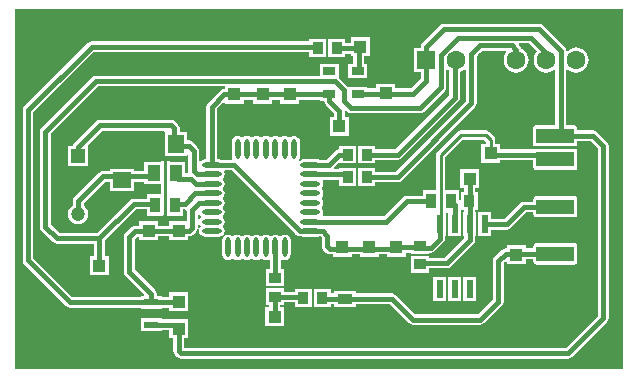
<source format=gtl>
G04 Layer_Physical_Order=1*
G04 Layer_Color=255*
%FSLAX43Y43*%
%MOMM*%
G71*
G01*
G75*
%ADD10R,0.850X1.300*%
%ADD11R,1.300X0.850*%
%ADD12R,1.050X1.400*%
%ADD13R,0.900X1.000*%
%ADD14R,1.550X1.350*%
%ADD15R,1.350X1.550*%
%ADD16R,1.100X1.100*%
%ADD17R,1.100X1.100*%
%ADD18R,0.600X1.520*%
%ADD19O,1.650X0.450*%
%ADD20O,0.450X1.650*%
%ADD21R,1.250X0.600*%
%ADD22R,1.100X0.650*%
%ADD23R,1.000X0.900*%
%ADD24R,1.000X1.000*%
%ADD25C,0.381*%
%ADD26C,0.254*%
%ADD27R,3.200X1.300*%
%ADD28C,1.600*%
%ADD29R,1.600X1.600*%
%ADD30C,1.200*%
%ADD31R,1.200X1.200*%
G36*
X51741Y259D02*
X259D01*
Y30741D01*
X51741D01*
Y259D01*
D02*
G37*
%LPC*%
G36*
X38019Y8053D02*
X36911D01*
Y6025D01*
X38019D01*
Y8053D01*
D02*
G37*
G36*
X39289D02*
X38181D01*
Y6025D01*
X39289D01*
Y8053D01*
D02*
G37*
G36*
X22979Y7092D02*
X21471D01*
Y5684D01*
X21772D01*
Y5489D01*
X21446D01*
Y3881D01*
X23054D01*
Y5489D01*
X22678D01*
Y5684D01*
X22979D01*
Y5897D01*
X23947D01*
Y5545D01*
X25355D01*
Y7053D01*
X23947D01*
Y6803D01*
X22979D01*
Y7092D01*
D02*
G37*
G36*
X36749Y8053D02*
X35641D01*
Y6025D01*
X36749D01*
Y8053D01*
D02*
G37*
G36*
X30257Y28363D02*
X28649D01*
Y27876D01*
X28174D01*
Y28186D01*
X26766D01*
Y26678D01*
X28174D01*
Y26970D01*
X28649D01*
Y26755D01*
X28884D01*
Y26040D01*
X28463D01*
Y24882D01*
X30071D01*
Y26040D01*
X29790D01*
Y26755D01*
X30257D01*
Y28363D01*
D02*
G37*
G36*
X36525Y29485D02*
X36352Y29451D01*
X36205Y29353D01*
X34732Y27879D01*
X34633Y27732D01*
X34599Y27559D01*
Y27470D01*
X33998D01*
Y25362D01*
X34599D01*
Y24826D01*
X33787Y24014D01*
X32427D01*
Y24415D01*
X30819D01*
Y24014D01*
X30071D01*
Y24140D01*
X28463D01*
X28368Y24216D01*
X27671Y24913D01*
Y26040D01*
X26063D01*
Y25091D01*
X7112D01*
X6939Y25057D01*
X6792Y24958D01*
X2474Y20640D01*
X2375Y20493D01*
X2341Y20320D01*
Y12319D01*
X2375Y12146D01*
X2474Y11999D01*
X3479Y10994D01*
X3479Y10994D01*
X3626Y10895D01*
X3799Y10861D01*
X6924D01*
Y9821D01*
X6573D01*
Y8213D01*
X8181D01*
Y9821D01*
X7830D01*
Y11126D01*
X10475Y13771D01*
X11425D01*
Y13244D01*
X12783D01*
Y13259D01*
X13125D01*
Y13244D01*
X14483D01*
Y13771D01*
X14605D01*
X14671Y13784D01*
X14716Y13757D01*
X14787Y13677D01*
Y12753D01*
X13293D01*
Y12402D01*
X12361D01*
Y12753D01*
X10753D01*
Y12402D01*
X10425D01*
X10425Y12402D01*
X10252Y12368D01*
X10105Y12269D01*
X10105Y12269D01*
X9586Y11750D01*
X9487Y11603D01*
X9453Y11430D01*
Y8509D01*
X9487Y8336D01*
X9586Y8189D01*
X11200Y6574D01*
X11151Y6457D01*
X10918D01*
Y6356D01*
X5080D01*
X1799Y9637D01*
Y21986D01*
X6919Y27106D01*
X25166D01*
Y26678D01*
X26574D01*
Y28186D01*
X25166D01*
Y28012D01*
X6731D01*
X6731Y28012D01*
X6558Y27978D01*
X6411Y27879D01*
X6411Y27879D01*
X1026Y22495D01*
X927Y22348D01*
X893Y22174D01*
Y9449D01*
X927Y9275D01*
X1026Y9128D01*
X4572Y5583D01*
X4719Y5484D01*
X4892Y5450D01*
X4892Y5450D01*
X10918D01*
Y5349D01*
X12676D01*
Y5450D01*
X13293D01*
Y5154D01*
X14901D01*
Y6762D01*
X13293D01*
Y6356D01*
X12676D01*
Y6457D01*
X12250D01*
Y6618D01*
X12216Y6791D01*
X12117Y6938D01*
X10359Y8697D01*
Y11242D01*
X10613Y11496D01*
X10753D01*
Y11145D01*
X12361D01*
Y11496D01*
X13293D01*
Y11145D01*
X14901D01*
Y11496D01*
X14997D01*
X15170Y11530D01*
X15317Y11629D01*
X15560Y11872D01*
X15560Y11872D01*
X15659Y12019D01*
X15693Y12192D01*
Y13400D01*
X15713Y13414D01*
X15854Y13356D01*
X15856Y13345D01*
X15962Y13187D01*
Y13077D01*
X15856Y12919D01*
X15819Y12732D01*
X15856Y12545D01*
X15942Y12417D01*
X15954Y12332D01*
X15942Y12247D01*
X15856Y12119D01*
X15819Y11932D01*
X15856Y11745D01*
X15962Y11587D01*
X16120Y11481D01*
X16307Y11444D01*
X17507D01*
X17694Y11481D01*
X17831Y11572D01*
X17922Y11481D01*
X17883Y11421D01*
X17831Y11344D01*
X17794Y11157D01*
Y9957D01*
X17831Y9770D01*
X17937Y9612D01*
X18095Y9506D01*
X18282Y9469D01*
X18469Y9506D01*
X18627Y9612D01*
X18737D01*
X18895Y9506D01*
X19082Y9469D01*
X19269Y9506D01*
X19397Y9592D01*
X19482Y9604D01*
X19567Y9592D01*
X19695Y9506D01*
X19882Y9469D01*
X20069Y9506D01*
X20197Y9592D01*
X20282Y9604D01*
X20367Y9592D01*
X20495Y9506D01*
X20682Y9469D01*
X20869Y9506D01*
X20997Y9592D01*
X21082Y9604D01*
X21167Y9592D01*
X21295Y9506D01*
X21482Y9469D01*
X21669Y9506D01*
X21702Y9528D01*
X21829Y9460D01*
Y8692D01*
X21471D01*
Y7284D01*
X22979D01*
Y8692D01*
X22735D01*
Y9460D01*
X22862Y9528D01*
X22895Y9506D01*
X23082Y9469D01*
X23269Y9506D01*
X23427Y9612D01*
X23533Y9770D01*
X23570Y9957D01*
Y11157D01*
X23533Y11344D01*
X23427Y11502D01*
X23269Y11608D01*
X23082Y11645D01*
X22895Y11608D01*
X22737Y11502D01*
X22627D01*
X22469Y11608D01*
X22282Y11645D01*
X22095Y11608D01*
X21967Y11522D01*
X21882Y11510D01*
X21797Y11522D01*
X21669Y11608D01*
X21482Y11645D01*
X21295Y11608D01*
X21167Y11522D01*
X21082Y11510D01*
X20997Y11522D01*
X20869Y11608D01*
X20682Y11645D01*
X20495Y11608D01*
X20367Y11522D01*
X20282Y11510D01*
X20197Y11522D01*
X20069Y11608D01*
X19882Y11645D01*
X19695Y11608D01*
X19567Y11522D01*
X19482Y11510D01*
X19397Y11522D01*
X19269Y11608D01*
X19082Y11645D01*
X18895Y11608D01*
X18737Y11502D01*
X18627D01*
X18469Y11608D01*
X18282Y11645D01*
X18095Y11608D01*
X17958Y11517D01*
X17867Y11608D01*
X17906Y11668D01*
X17958Y11745D01*
X17995Y11932D01*
X17958Y12119D01*
X17872Y12247D01*
X17860Y12332D01*
X17872Y12417D01*
X17958Y12545D01*
X17995Y12732D01*
X17958Y12919D01*
X17852Y13077D01*
Y13187D01*
X17958Y13345D01*
X17995Y13532D01*
X17958Y13719D01*
X17872Y13847D01*
X17860Y13932D01*
X17872Y14017D01*
X17958Y14145D01*
X17995Y14332D01*
X17958Y14519D01*
X17872Y14647D01*
X17860Y14732D01*
X17872Y14817D01*
X17958Y14945D01*
X17995Y15132D01*
X17958Y15319D01*
X17872Y15447D01*
X17860Y15532D01*
X17872Y15617D01*
X17958Y15745D01*
X17995Y15932D01*
X17958Y16119D01*
X17872Y16247D01*
X17860Y16332D01*
X17872Y16417D01*
X17958Y16545D01*
X17995Y16732D01*
X17958Y16919D01*
X17936Y16952D01*
X18004Y17079D01*
X18602D01*
X24070Y11612D01*
X24070Y11612D01*
X24217Y11513D01*
X24390Y11479D01*
X24390Y11479D01*
X24480D01*
X24657Y11444D01*
X25857D01*
X26034Y11479D01*
X26107D01*
X26217Y11369D01*
Y10668D01*
X26251Y10495D01*
X26350Y10348D01*
X26604Y10094D01*
X26604Y10094D01*
X26751Y9995D01*
X26924Y9961D01*
X27136D01*
Y9748D01*
X28744D01*
Y9961D01*
X29422D01*
Y9748D01*
X31030D01*
Y9961D01*
X31708D01*
Y9748D01*
X33316D01*
Y10099D01*
X33790D01*
Y10002D01*
X35298D01*
Y10088D01*
X35433D01*
X35606Y10122D01*
X35753Y10221D01*
X36515Y10983D01*
X36614Y11130D01*
X36648Y11303D01*
Y11505D01*
X36749D01*
Y13438D01*
X36830Y13485D01*
X36911Y13438D01*
Y11505D01*
X38019D01*
Y13533D01*
X37989D01*
X37961Y13610D01*
X38043Y13724D01*
X38282D01*
Y13533D01*
X38181D01*
Y11505D01*
X38282D01*
Y11364D01*
X36604Y9686D01*
X35298D01*
Y9810D01*
X33790D01*
Y8402D01*
X35298D01*
Y8780D01*
X36792D01*
X36965Y8814D01*
X37112Y8913D01*
X39055Y10856D01*
X39154Y11003D01*
X39188Y11176D01*
X39188Y11176D01*
Y11505D01*
X39289D01*
Y13533D01*
X39188D01*
Y13724D01*
X39401D01*
Y15232D01*
X39188D01*
Y15579D01*
X39528D01*
Y17187D01*
X37920D01*
Y15579D01*
X38282D01*
Y15232D01*
X37993D01*
Y14559D01*
X37866Y14499D01*
X37851Y14511D01*
Y15382D01*
X36666D01*
Y18210D01*
X38134Y19678D01*
X39971D01*
X40136Y19513D01*
Y19346D01*
X39720D01*
Y17738D01*
X41328D01*
Y17962D01*
X44140D01*
Y17364D01*
X44160Y17265D01*
X44216Y17181D01*
X44300Y17125D01*
X44399Y17105D01*
X47599D01*
X47698Y17125D01*
X47782Y17181D01*
X47838Y17265D01*
X47858Y17364D01*
Y18664D01*
X47838Y18763D01*
X47782Y18847D01*
X47698Y18903D01*
X47599Y18923D01*
X44399D01*
X44300Y18903D01*
X44247Y18868D01*
X41328D01*
Y19346D01*
X40912D01*
Y19674D01*
X40883Y19823D01*
X40799Y19949D01*
X40407Y20341D01*
X40281Y20425D01*
X40132Y20454D01*
X37973D01*
X37824Y20425D01*
X37698Y20341D01*
X36003Y18646D01*
X35919Y18520D01*
X35890Y18371D01*
Y15382D01*
X34793D01*
Y14931D01*
X33401D01*
X33401Y14931D01*
X33228Y14897D01*
X33081Y14798D01*
X31467Y13185D01*
X26354D01*
X26286Y13312D01*
X26308Y13345D01*
X26345Y13532D01*
X26308Y13719D01*
X26222Y13847D01*
X26210Y13932D01*
X26222Y14017D01*
X26308Y14145D01*
X26345Y14332D01*
X26308Y14519D01*
X26222Y14647D01*
X26210Y14732D01*
X26222Y14817D01*
X26308Y14945D01*
X26345Y15132D01*
X26308Y15319D01*
X26202Y15477D01*
Y15587D01*
X26308Y15745D01*
X26345Y15932D01*
X26308Y16119D01*
X26286Y16152D01*
X26354Y16279D01*
X27706D01*
Y15756D01*
X29114D01*
Y17264D01*
X27706D01*
Y17185D01*
X27277D01*
X27224Y17312D01*
X27612Y17700D01*
X27706Y17661D01*
Y17661D01*
X29114D01*
Y19169D01*
X27706D01*
Y18868D01*
X27686D01*
X27513Y18834D01*
X27366Y18735D01*
X27366Y18735D01*
X26615Y17985D01*
X26034D01*
X25857Y18020D01*
X24657D01*
X24470Y17983D01*
X24333Y17892D01*
X24242Y17983D01*
X24281Y18043D01*
X24333Y18120D01*
X24370Y18307D01*
Y19507D01*
X24333Y19694D01*
X24227Y19852D01*
X24069Y19958D01*
X23882Y19995D01*
X23695Y19958D01*
X23567Y19872D01*
X23482Y19860D01*
X23397Y19872D01*
X23269Y19958D01*
X23082Y19995D01*
X22895Y19958D01*
X22767Y19872D01*
X22682Y19860D01*
X22597Y19872D01*
X22469Y19958D01*
X22282Y19995D01*
X22095Y19958D01*
X21967Y19872D01*
X21882Y19860D01*
X21797Y19872D01*
X21669Y19958D01*
X21482Y19995D01*
X21295Y19958D01*
X21167Y19872D01*
X21082Y19860D01*
X20997Y19872D01*
X20869Y19958D01*
X20682Y19995D01*
X20495Y19958D01*
X20367Y19872D01*
X20282Y19860D01*
X20197Y19872D01*
X20069Y19958D01*
X19882Y19995D01*
X19695Y19958D01*
X19567Y19872D01*
X19482Y19860D01*
X19397Y19872D01*
X19269Y19958D01*
X19082Y19995D01*
X18895Y19958D01*
X18737Y19852D01*
X18631Y19694D01*
X18594Y19507D01*
Y18307D01*
X18631Y18120D01*
X18646Y18097D01*
X18586Y17985D01*
X17684D01*
X17507Y18020D01*
X17360D01*
Y22307D01*
X17875Y22822D01*
X17992Y22773D01*
Y22702D01*
X19600D01*
Y23053D01*
X20405D01*
Y22702D01*
X22013D01*
Y23053D01*
X22691D01*
Y22702D01*
X24299D01*
Y23053D01*
X26063D01*
Y22982D01*
X26414D01*
Y22917D01*
X26448Y22744D01*
X26547Y22597D01*
X27233Y21910D01*
Y21632D01*
X26871D01*
Y20024D01*
X28479D01*
Y21632D01*
X28139D01*
Y22094D01*
X28147Y22102D01*
X28257Y22156D01*
X28382Y22032D01*
X28382Y22032D01*
X28529Y21933D01*
X28702Y21899D01*
X34544D01*
X34717Y21933D01*
X34864Y22032D01*
X36617Y23784D01*
X36715Y23931D01*
X36750Y24104D01*
Y25586D01*
X36877Y25636D01*
X37012Y25533D01*
Y23429D01*
X32451Y18868D01*
X30714D01*
Y19169D01*
X29306D01*
Y17661D01*
X30714D01*
Y17962D01*
X32639D01*
X32812Y17996D01*
X32959Y18095D01*
X37785Y22921D01*
X37785Y22921D01*
X37884Y23068D01*
X37918Y23241D01*
X37918Y23241D01*
Y25410D01*
X38124Y25495D01*
X38307Y25636D01*
X38434Y25586D01*
Y22946D01*
X32451Y16963D01*
X30714D01*
Y17264D01*
X29306D01*
Y15756D01*
X30714D01*
Y16057D01*
X32639D01*
X32812Y16091D01*
X32959Y16190D01*
X39208Y22438D01*
X39208Y22438D01*
X39306Y22585D01*
X39341Y22758D01*
X39341Y22759D01*
Y26744D01*
X39804Y27207D01*
X41791D01*
X41853Y27080D01*
X41751Y26948D01*
X41645Y26691D01*
X41609Y26416D01*
X41645Y26141D01*
X41751Y25884D01*
X41920Y25664D01*
X42140Y25495D01*
X42397Y25389D01*
X42672Y25353D01*
X42947Y25389D01*
X43204Y25495D01*
X43424Y25664D01*
X43593Y25884D01*
X43699Y26141D01*
X43735Y26416D01*
X43699Y26691D01*
X43593Y26948D01*
X43424Y27168D01*
X43204Y27337D01*
X43111Y27375D01*
X43091Y27478D01*
X42992Y27625D01*
X42992Y27625D01*
X42893Y27725D01*
X42942Y27842D01*
X43780D01*
X44458Y27164D01*
X44291Y26948D01*
X44185Y26691D01*
X44149Y26416D01*
X44185Y26141D01*
X44291Y25884D01*
X44460Y25664D01*
X44680Y25495D01*
X44937Y25389D01*
X45212Y25353D01*
X45487Y25389D01*
X45744Y25495D01*
X45876Y25597D01*
X46003Y25535D01*
Y20923D01*
X44374D01*
X44275Y20903D01*
X44191Y20847D01*
X44135Y20763D01*
X44115Y20664D01*
Y19364D01*
X44135Y19265D01*
X44191Y19181D01*
X44275Y19125D01*
X44374Y19105D01*
X47574D01*
X47673Y19125D01*
X47757Y19181D01*
X47813Y19265D01*
X47833Y19364D01*
Y19551D01*
X49023D01*
X49585Y18989D01*
Y4760D01*
X46853Y2028D01*
X14539D01*
Y2879D01*
X14890D01*
Y4487D01*
X13282D01*
Y4456D01*
X12676D01*
Y4557D01*
X10918D01*
Y3449D01*
X12676D01*
Y3550D01*
X13282D01*
Y2879D01*
X13633D01*
Y1789D01*
X13667Y1616D01*
X13766Y1469D01*
X13980Y1254D01*
X14127Y1156D01*
X14300Y1122D01*
X47041D01*
X47214Y1156D01*
X47361Y1254D01*
X50358Y4252D01*
X50457Y4399D01*
X50491Y4572D01*
Y19177D01*
X50457Y19350D01*
X50358Y19497D01*
X50358Y19497D01*
X49532Y20324D01*
X49385Y20423D01*
X49211Y20457D01*
X47833D01*
Y20664D01*
X47813Y20763D01*
X47757Y20847D01*
X47673Y20903D01*
X47574Y20923D01*
X46910D01*
Y25586D01*
X47037Y25636D01*
X47220Y25495D01*
X47477Y25389D01*
X47752Y25353D01*
X48027Y25389D01*
X48284Y25495D01*
X48504Y25664D01*
X48673Y25884D01*
X48779Y26141D01*
X48815Y26416D01*
X48779Y26691D01*
X48673Y26948D01*
X48504Y27168D01*
X48284Y27337D01*
X48027Y27443D01*
X47752Y27479D01*
X47477Y27443D01*
X47220Y27337D01*
X47037Y27196D01*
X46999Y27198D01*
X46927Y27226D01*
X46901Y27246D01*
X46875Y27377D01*
X46777Y27524D01*
X46777Y27524D01*
X44948Y29353D01*
X44801Y29451D01*
X44628Y29485D01*
X36525D01*
X36525Y29485D01*
D02*
G37*
G36*
X47599Y10923D02*
X44399D01*
X44300Y10903D01*
X44216Y10847D01*
X44160Y10763D01*
X44140Y10664D01*
Y10486D01*
X43476D01*
Y10721D01*
X41868D01*
Y10486D01*
X41783D01*
X41610Y10452D01*
X41463Y10353D01*
X41463Y10353D01*
X40828Y9718D01*
X40729Y9571D01*
X40695Y9398D01*
Y6157D01*
X39436Y4898D01*
X34097D01*
X32451Y6543D01*
X32304Y6642D01*
X32131Y6676D01*
X29073D01*
Y6888D01*
X27265D01*
Y6676D01*
X26955D01*
Y7053D01*
X25547D01*
Y5545D01*
X26955D01*
Y5770D01*
X27265D01*
Y5530D01*
X29073D01*
Y5770D01*
X31943D01*
X33589Y4125D01*
X33589Y4125D01*
X33736Y4026D01*
X33909Y3992D01*
X39624D01*
X39797Y4026D01*
X39944Y4125D01*
X41468Y5649D01*
X41567Y5796D01*
X41601Y5969D01*
Y9210D01*
X41751Y9360D01*
X41868Y9311D01*
Y9113D01*
X43476D01*
Y9580D01*
X44140D01*
Y9364D01*
X44160Y9265D01*
X44216Y9181D01*
X44300Y9125D01*
X44399Y9105D01*
X47599D01*
X47698Y9125D01*
X47782Y9181D01*
X47838Y9265D01*
X47858Y9364D01*
Y10664D01*
X47838Y10763D01*
X47782Y10847D01*
X47698Y10903D01*
X47599Y10923D01*
D02*
G37*
G36*
Y14923D02*
X44399D01*
X44300Y14903D01*
X44216Y14847D01*
X44160Y14763D01*
X44140Y14664D01*
Y14423D01*
X43307D01*
X43307Y14423D01*
X43134Y14389D01*
X42987Y14290D01*
X42987Y14290D01*
X41668Y12972D01*
X40559D01*
Y13533D01*
X39451D01*
Y11505D01*
X40559D01*
Y12066D01*
X41856D01*
X42029Y12100D01*
X42176Y12199D01*
X43495Y13517D01*
X44140D01*
Y13364D01*
X44160Y13265D01*
X44216Y13181D01*
X44300Y13125D01*
X44399Y13105D01*
X47599D01*
X47698Y13125D01*
X47782Y13181D01*
X47838Y13265D01*
X47858Y13364D01*
Y14664D01*
X47838Y14763D01*
X47782Y14847D01*
X47698Y14903D01*
X47599Y14923D01*
D02*
G37*
%LPD*%
G36*
X17992Y23959D02*
X17918D01*
X17745Y23925D01*
X17598Y23826D01*
X17598Y23826D01*
X16571Y22799D01*
X16472Y22652D01*
X16438Y22479D01*
X16454Y22399D01*
Y18020D01*
X16307D01*
X16120Y17983D01*
X15962Y17877D01*
X15947Y17856D01*
X15820Y17894D01*
Y18745D01*
X15786Y18919D01*
X15687Y19066D01*
X15281Y19472D01*
X15134Y19570D01*
X14961Y19605D01*
X14781D01*
Y20358D01*
X14169D01*
Y20625D01*
X14135Y20798D01*
X14036Y20945D01*
X14036Y20945D01*
X13757Y21225D01*
X13610Y21323D01*
X13437Y21357D01*
X7442D01*
X7442Y21357D01*
X7269Y21323D01*
X7122Y21225D01*
X5268Y19370D01*
X5169Y19223D01*
X5153Y19142D01*
X4734D01*
Y17434D01*
X6442D01*
Y19142D01*
X6442D01*
X6407Y19228D01*
X7630Y20451D01*
X12840D01*
X12923Y20358D01*
Y18300D01*
X14781D01*
Y18377D01*
X14908Y18445D01*
X14914Y18441D01*
Y17018D01*
X14930Y16938D01*
X14830Y16811D01*
X14658D01*
Y17820D01*
X13335D01*
Y17831D01*
X12573D01*
Y17831D01*
X12562Y17820D01*
X11200D01*
Y17024D01*
X10351D01*
Y17201D01*
X8293D01*
Y17024D01*
X7681D01*
X7681Y17024D01*
X7508Y16990D01*
X7361Y16891D01*
X7361Y16891D01*
X5268Y14798D01*
X5169Y14651D01*
X5135Y14478D01*
Y14117D01*
X4979Y13997D01*
X4842Y13819D01*
X4756Y13611D01*
X4727Y13388D01*
X4756Y13165D01*
X4842Y12957D01*
X4979Y12779D01*
X5157Y12642D01*
X5365Y12556D01*
X5588Y12527D01*
X5811Y12556D01*
X6019Y12642D01*
X6197Y12779D01*
X6334Y12957D01*
X6420Y13165D01*
X6449Y13388D01*
X6420Y13611D01*
X6334Y13819D01*
X6197Y13997D01*
X6041Y14117D01*
Y14290D01*
X7869Y16118D01*
X8293D01*
Y15343D01*
X10351D01*
Y16118D01*
X11200D01*
Y15912D01*
X12584D01*
X12588Y15142D01*
X12498Y15052D01*
X11425D01*
Y14677D01*
X10287D01*
X10287Y14677D01*
X10114Y14643D01*
X9967Y14544D01*
X9967Y14544D01*
X7189Y11767D01*
X3987D01*
X3247Y12507D01*
Y20132D01*
X7300Y24185D01*
X17992D01*
Y23959D01*
D02*
G37*
D10*
X13804Y14148D02*
D03*
X12104D02*
D03*
X37172Y14478D02*
D03*
X35472D02*
D03*
D11*
X28169Y6209D02*
D03*
Y4509D02*
D03*
D12*
X11979Y16866D02*
D03*
X13879D02*
D03*
D13*
X26251Y6299D02*
D03*
X24651D02*
D03*
X25870Y27432D02*
D03*
X27470D02*
D03*
X40297Y14478D02*
D03*
X38697D02*
D03*
X30010Y16510D02*
D03*
X28410D02*
D03*
X30010Y18415D02*
D03*
X28410D02*
D03*
D14*
X9322Y16272D02*
D03*
Y18272D02*
D03*
D15*
X13852Y19329D02*
D03*
X11852D02*
D03*
D16*
X38724Y18542D02*
D03*
X40524D02*
D03*
X27675Y20828D02*
D03*
X29475D02*
D03*
X14086Y3683D02*
D03*
X15886D02*
D03*
X29453Y27559D02*
D03*
X31253D02*
D03*
X7377Y9017D02*
D03*
X5577D02*
D03*
X38724Y16383D02*
D03*
X40524D02*
D03*
D17*
X42672Y8117D02*
D03*
Y9917D02*
D03*
X14097Y5958D02*
D03*
Y7758D02*
D03*
X22250Y4685D02*
D03*
Y2885D02*
D03*
X11557Y11949D02*
D03*
Y10149D02*
D03*
X14097Y11949D02*
D03*
Y10149D02*
D03*
X23495Y23506D02*
D03*
Y21706D02*
D03*
X21209Y23506D02*
D03*
Y21706D02*
D03*
X18796Y23506D02*
D03*
Y21706D02*
D03*
X30226Y10552D02*
D03*
Y8752D02*
D03*
X27940Y10552D02*
D03*
Y8752D02*
D03*
X32512Y10552D02*
D03*
Y8752D02*
D03*
X31623Y23611D02*
D03*
Y25411D02*
D03*
D18*
X40005Y12519D02*
D03*
X38735D02*
D03*
X37465D02*
D03*
X36195D02*
D03*
X40005Y7039D02*
D03*
X38735D02*
D03*
X37465D02*
D03*
X36195D02*
D03*
D19*
X16907Y17532D02*
D03*
Y16732D02*
D03*
Y15932D02*
D03*
Y15132D02*
D03*
Y14332D02*
D03*
Y13532D02*
D03*
Y12732D02*
D03*
Y11932D02*
D03*
X25257D02*
D03*
Y12732D02*
D03*
Y13532D02*
D03*
Y14332D02*
D03*
Y15132D02*
D03*
Y15932D02*
D03*
Y16732D02*
D03*
Y17532D02*
D03*
D20*
X18282Y10557D02*
D03*
X19082D02*
D03*
X19882D02*
D03*
X20682D02*
D03*
X21482D02*
D03*
X22282D02*
D03*
X23082D02*
D03*
X23882D02*
D03*
Y18907D02*
D03*
X23082D02*
D03*
X22282D02*
D03*
X21482D02*
D03*
X20682D02*
D03*
X19882D02*
D03*
X19082D02*
D03*
X18282D02*
D03*
D21*
X11797Y4003D02*
D03*
Y5903D02*
D03*
X10047Y4953D02*
D03*
D22*
X29267Y23561D02*
D03*
Y24511D02*
D03*
Y25461D02*
D03*
X26867D02*
D03*
Y23561D02*
D03*
D23*
X22225Y7988D02*
D03*
Y6388D02*
D03*
X34544Y9106D02*
D03*
Y10706D02*
D03*
D24*
X45974Y20004D02*
D03*
Y17997D02*
D03*
Y15991D02*
D03*
Y14009D02*
D03*
Y12003D02*
D03*
Y9996D02*
D03*
D25*
X10287Y14224D02*
X12281D01*
X2794Y20320D02*
X7112Y24638D01*
X2794Y12319D02*
Y20320D01*
Y12319D02*
X3799Y11314D01*
X1346Y22174D02*
X6731Y27559D01*
X1346Y9449D02*
Y22174D01*
Y9449D02*
X4892Y5903D01*
X7681Y16571D02*
X12233D01*
Y16942D01*
X36525Y29032D02*
X44628D01*
X35052Y27559D02*
X36525Y29032D01*
X44628D02*
X46457Y27204D01*
X29267Y23561D02*
X33975D01*
X36297Y26880D02*
X37712Y28295D01*
X36297Y24104D02*
Y26880D01*
X37712Y28295D02*
X43967D01*
X45212Y27051D01*
X35052Y26416D02*
Y27559D01*
X34544Y22352D02*
X36297Y24104D01*
X37465Y23241D02*
Y26416D01*
X15367Y17018D02*
Y18745D01*
Y17018D02*
X15653Y16732D01*
X16907D01*
X15856Y14332D02*
X16907D01*
X15240Y13716D02*
X15856Y14332D01*
X15240Y12192D02*
Y13716D01*
X14605Y14224D02*
X15513Y15132D01*
X13881Y14224D02*
X14605D01*
X12852Y13005D02*
X12954D01*
X15113Y16358D02*
X15539Y15932D01*
X14046Y16358D02*
X15113D01*
X5588Y14478D02*
X7681Y16571D01*
X37172Y14478D02*
X37465Y14185D01*
Y12519D02*
Y14185D01*
X37172Y14478D02*
Y14732D01*
X42317Y27660D02*
X42672Y27305D01*
X39617Y27660D02*
X42317D01*
X38888Y26931D02*
X39617Y27660D01*
X14233Y18948D02*
X14437Y19152D01*
X13716Y18796D02*
Y20625D01*
X14437Y19152D02*
X14961D01*
X15367Y18745D01*
X13437Y20904D02*
X13716Y20625D01*
X7442Y20904D02*
X13437D01*
X5588Y19050D02*
X7442Y20904D01*
X47041Y1575D02*
X50038Y4572D01*
X14300Y1575D02*
X47041D01*
X14086Y1789D02*
X14300Y1575D01*
X22282Y7988D02*
Y10557D01*
X22225Y6350D02*
X24754D01*
X22225D02*
X22225D01*
Y6388D01*
Y4710D02*
Y6350D01*
Y4710D02*
X22250Y4685D01*
X41783Y10033D02*
X45974D01*
X46011D01*
X26708Y6223D02*
X32131D01*
X33909Y4445D01*
X40524Y18415D02*
X45556D01*
X34544Y10833D02*
X34836Y10541D01*
X34263Y10552D02*
X34544Y10833D01*
X26924Y10414D02*
X32374D01*
X46457Y20486D02*
Y27204D01*
X27305Y24638D02*
X28067Y23876D01*
Y22987D02*
Y23876D01*
X7112Y24638D02*
X27305D01*
X35052D02*
Y26416D01*
X33975Y23561D02*
X35052Y24638D01*
X28702Y22352D02*
X34544D01*
X38888Y22758D02*
Y26931D01*
X32639Y16510D02*
X38888Y22758D01*
X30010Y16510D02*
X32639D01*
Y18415D02*
X37465Y23241D01*
X30010Y18415D02*
X32639D01*
X38735Y12519D02*
Y16245D01*
X34544Y9233D02*
X36792D01*
X26670Y10668D02*
Y11557D01*
X26295Y11932D02*
X26670Y11557D01*
X25257Y11932D02*
X26295D01*
X5588Y18288D02*
Y19050D01*
X33401Y14478D02*
X35384D01*
X31655Y12732D02*
X33401Y14478D01*
X25257Y12732D02*
X31655D01*
X50038Y4572D02*
Y19177D01*
X10425Y11949D02*
X11557D01*
X9906Y11430D02*
X10425Y11949D01*
X9906Y8509D02*
Y11430D01*
Y8509D02*
X11797Y6618D01*
Y5903D02*
Y6618D01*
X45556Y18415D02*
X45974Y17997D01*
X3799Y11314D02*
X7377D01*
X25743Y27559D02*
X25870Y27432D01*
X6731Y27559D02*
X25743D01*
X27729Y27423D02*
X29094D01*
X27729D02*
Y27432D01*
X29337Y25531D02*
Y27421D01*
X4892Y5903D02*
X11797D01*
X14997Y11949D02*
X15240Y12192D01*
X14097Y11949D02*
X14997D01*
X11557D02*
X14097D01*
X14042Y5903D02*
X14097Y5958D01*
X11797Y5903D02*
X14042D01*
X45974Y20004D02*
X49211D01*
X50038Y19177D01*
X39624Y4445D02*
X41148Y5969D01*
X33909Y4445D02*
X39624D01*
X41148Y5969D02*
Y9398D01*
X14086Y1789D02*
Y3683D01*
X13766Y4003D02*
X14086Y3683D01*
X11797Y4003D02*
X13766D01*
X45974Y20004D02*
X46457Y20486D01*
X27675Y20828D02*
X27686Y20839D01*
Y22098D01*
X26867Y22917D02*
X27686Y22098D01*
X26867Y22917D02*
Y23561D01*
X28067Y22987D02*
X28702Y22352D01*
X23495Y23506D02*
X26812D01*
X21209D02*
X23495D01*
X18796D02*
X21209D01*
X26812D02*
X26867Y23561D01*
X17918Y23506D02*
X18796D01*
X16891Y22479D02*
X17918Y23506D01*
X16891Y22479D02*
X16907Y22463D01*
Y17532D02*
Y22463D01*
X18790Y17532D02*
X24390Y11932D01*
X16907Y17532D02*
X18790D01*
X24390Y11932D02*
X25257D01*
X35433Y10541D02*
X36195Y11303D01*
X34836Y10541D02*
X35433D01*
X32512Y10552D02*
X34263D01*
X40005Y12519D02*
X41856D01*
X38724Y16256D02*
X38735Y16245D01*
X32374Y10414D02*
X32512Y10552D01*
X26670Y10668D02*
X26924Y10414D01*
X36195Y11303D02*
Y12519D01*
X38735Y11176D02*
Y12519D01*
X36792Y9233D02*
X38735Y11176D01*
X41148Y9398D02*
X41783Y10033D01*
X45974Y9996D02*
X46011Y10033D01*
X45935Y13970D02*
X45974Y14009D01*
X43307Y13970D02*
X45935D01*
X41856Y12519D02*
X43307Y13970D01*
X45974Y14009D02*
Y14097D01*
X15539Y15932D02*
X16907D01*
X45212Y26416D02*
Y27051D01*
X7377Y11314D02*
X10287Y14224D01*
X7377Y9017D02*
Y11314D01*
X29326Y27432D02*
X29337Y27421D01*
X29094Y27432D02*
X29326D01*
X29094Y27423D02*
Y27432D01*
X27470D02*
X27729D01*
X42672Y26416D02*
Y27305D01*
X25257Y17532D02*
X26803D01*
X27686Y18415D01*
X28410D01*
X25257Y16732D02*
X28188D01*
X28410Y16510D01*
X15513Y15132D02*
X16907D01*
X5588Y13388D02*
Y14478D01*
X29267Y25461D02*
X29337Y25531D01*
D26*
X12954Y13005D02*
Y17831D01*
X36278Y18371D02*
X37973Y20066D01*
X36278Y12910D02*
Y18371D01*
X36195Y12827D02*
X36278Y12910D01*
X40524Y18542D02*
Y19674D01*
Y18415D02*
Y18542D01*
X37973Y20066D02*
X40132D01*
X40524Y19674D01*
D27*
X45999Y14014D02*
D03*
Y12014D02*
D03*
Y10014D02*
D03*
Y16014D02*
D03*
Y18014D02*
D03*
X45974Y20014D02*
D03*
D28*
X45212Y26416D02*
D03*
X42672D02*
D03*
X40132D02*
D03*
X37592D02*
D03*
X47752D02*
D03*
D29*
X35052D02*
D03*
D30*
X5588Y13388D02*
D03*
D31*
Y18288D02*
D03*
M02*

</source>
